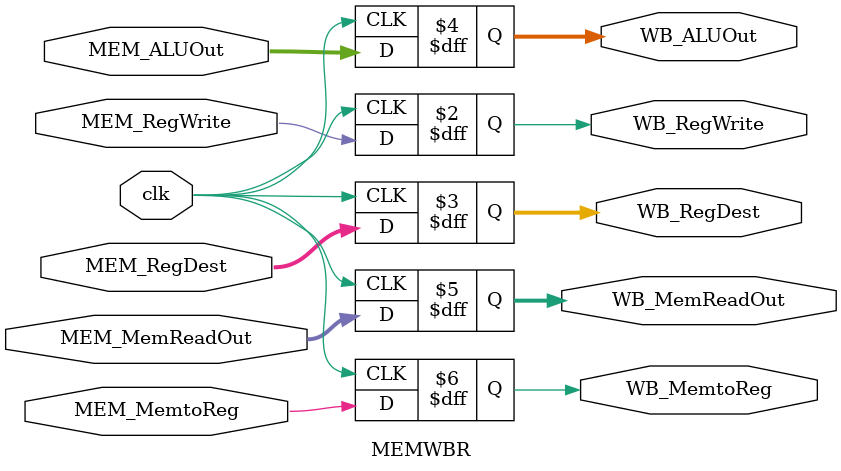
<source format=v>
module IFIDR (reset, stall ,clk, Instruction, PC, Instruction_next, PC_next);
	input reset; 
	input clk;
	input stall;
	input [31:0] Instruction_next; 
	input [31:0] PC_next;
	output reg [31:0] Instruction; 
	output reg [31:0] PC;
	always @(posedge clk)
	begin
	if (reset)
		begin
		Instruction <= 32'h00000000;
		//For retaining PC when stalled.
		//PC <= 32'h00000000;
		end
	else if (~stall)
		begin
		Instruction <= Instruction_next;
		PC <= {((PC_next == 32'h80000000) ? 1'b0 : PC_next[31]) ,PC_next[30:0]};
		end
	end
endmodule

module IDEXR (reset, clk, RegWrite_next, RegDest_next, MemRead_next, MemWrite_next, 
MemtoReg_next, ALUSrc1_next, ALUSrc2_next, ALUCtl_next, ALU_sign_next, shamt_next, DataBusA_next, DataBusB_next, Imm_next, 
rs_next, rt_next, PC_next,
RegWrite, RegDest, MemRead, MemWrite, MemtoReg, ALUSrc1, ALUSrc2, ALUCtl, ALU_sign, shamt, DataBusA, DataBusB, Imm, rs, rt, PC_EX);
	input reset; 
	input clk;
	input RegWrite_next;
	input [4:0] RegDest_next;
	input MemRead_next;
	input MemWrite_next;
	input [1:0] MemtoReg_next;
	input ALUSrc1_next;
	input ALUSrc2_next;
	input [4:0] ALUCtl_next;
	input ALU_sign_next;
	input [4:0] shamt_next;
	input [31:0] DataBusA_next;
	input [31:0] DataBusB_next;
	input [31:0] Imm_next;
	input [4:0] rs_next;
	input [4:0] rt_next;
	input [31:0] PC_next;
	output reg RegWrite;
	output reg [4:0] RegDest;
	output reg MemRead;
	output reg MemWrite;
	output reg [1:0] MemtoReg;
	output reg ALUSrc1;
	output reg ALUSrc2;
	output reg [4:0] ALUCtl;
	output reg ALU_sign;
	output reg [4:0] shamt;
	output reg [31:0] DataBusA;
	output reg [31:0] DataBusB;
	output reg [31:0] Imm;	
	output reg [4:0] rs;
	output reg [4:0] rt;
	output reg [31:0] PC_EX;
	always @(posedge clk)
	begin
		RegWrite <= RegWrite_next;
		RegDest <= RegDest_next;
		MemRead <= MemRead_next;
		MemWrite <= MemWrite_next;
		MemtoReg <= MemtoReg_next;
		ALUSrc1 <= ALUSrc1_next;
		ALUSrc2 <= ALUSrc2_next;
		ALUCtl <= ALUCtl_next;
		ALU_sign <= ALU_sign_next;
		shamt <= shamt_next;
		DataBusA <= DataBusA_next;
		DataBusB <= DataBusB_next;
		Imm <= Imm_next;
		rs <= rs_next;
		rt <= rt_next;
		PC_EX <= PC_next; 
		if (reset)
		begin
		RegWrite <= 1'b0;
		RegDest <= 5'b0;
		MemWrite <= 1'b0;
		MemRead <= 1'b0;
		MemtoReg <= 2'b0;
		ALUSrc1 <= 1'b0;
		ALUSrc2 <= 1'b0;
		ALUCtl <= 5'b0;
		ALU_sign <= 1'b0;
		shamt <= 5'b0;
		DataBusA <= 32'b0;
		DataBusB <= 32'b0;
		Imm <= 32'b0;
		rs <= 5'b0;
		rt <= 5'b0;
		PC_EX <= 32'b0;
		end
	end
endmodule


module EXMEMR(clk, EX_RegWrite, EX_RegDest, EX_MemRead, EX_MemWrite, EX_MemtoReg, EX_ALUOut, EX_WrData,
MEM_RegWrite, MEM_RegDest, MEM_MemRead, MEM_MemWrite, MEM_MemtoReg, MEM_ALUOut, MEM_WrData);
	input clk;
	input EX_RegWrite;
	input [4:0] EX_RegDest;
	input EX_MemRead;
	input EX_MemWrite;
	input [1:0] EX_MemtoReg;
	input [31:0] EX_ALUOut;
	input [31:0] EX_WrData;
	output reg MEM_RegWrite;
	output reg [4:0] MEM_RegDest;
	output reg MEM_MemRead;
	output reg MEM_MemWrite;
	output reg MEM_MemtoReg;
	output reg [31:0] MEM_ALUOut;
	output reg [31:0] MEM_WrData;
	always @(posedge clk)
	begin
		MEM_RegWrite <= EX_RegWrite;
		MEM_RegDest <= EX_RegDest;
		MEM_MemRead <= EX_MemRead;
		MEM_MemWrite <= EX_MemWrite;
		MEM_MemtoReg <= (EX_MemtoReg == 2'b01) ? 1 : 0;
		MEM_ALUOut <= EX_ALUOut;
		MEM_WrData <= EX_WrData;
	end
endmodule

module MEMWBR(clk, MEM_RegWrite, MEM_RegDest, MEM_ALUOut, MEM_MemReadOut, MEM_MemtoReg,
WB_RegWrite, WB_RegDest, WB_ALUOut, WB_MemReadOut, WB_MemtoReg);
	input clk;
	input MEM_RegWrite;
	input [4:0] MEM_RegDest;
	input [31:0] MEM_ALUOut;
	input [31:0] MEM_MemReadOut;
	input MEM_MemtoReg;
	output reg WB_RegWrite;
	output reg [4:0] WB_RegDest;
	output reg [31:0] WB_ALUOut;
	output reg [31:0] WB_MemReadOut;
	output reg WB_MemtoReg;
	always @(posedge clk)
	begin
		WB_RegWrite <= MEM_RegWrite;
		WB_RegDest <= MEM_RegDest;
		WB_ALUOut <= MEM_ALUOut;
		WB_MemReadOut <= MEM_MemReadOut;
		WB_MemtoReg <= MEM_MemtoReg;
	end
endmodule
</source>
